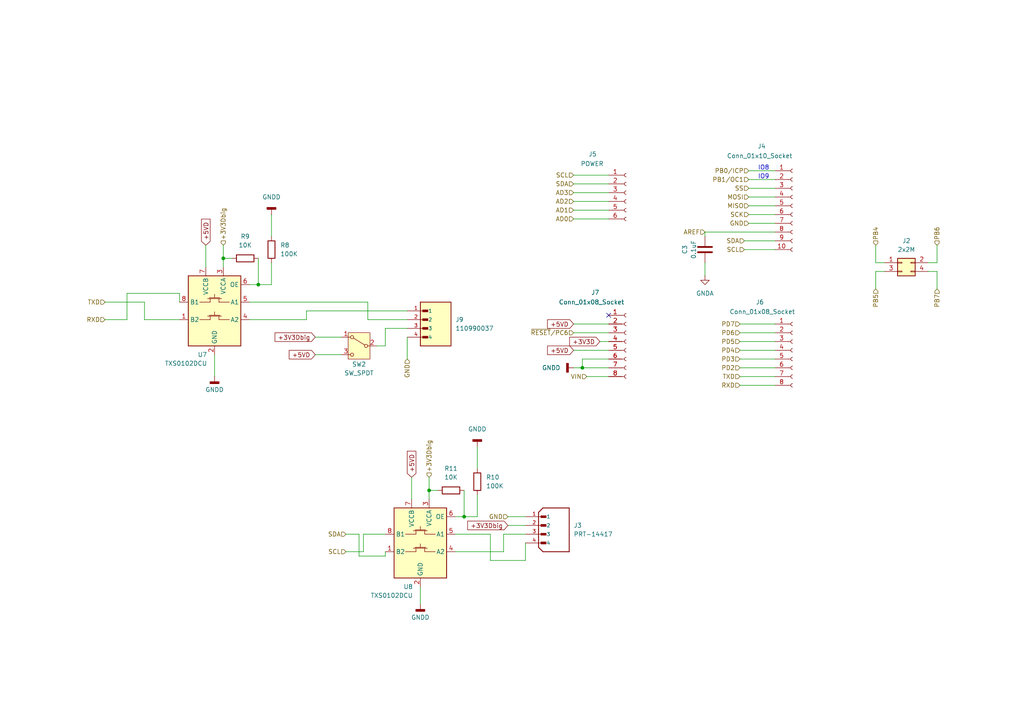
<source format=kicad_sch>
(kicad_sch (version 20250114) (generator "eeschema") (generator_version "9.0")
  (paper "A4")
  (lib_symbols
    (symbol "Connector:Conn_01x06_Socket" (pin_names (offset 1.016) (hide yes))
      (property "Reference" "J" (at 0 7.62 0))
      (property "Value" "Conn_01x06_Socket" (at 0 -10.16 0))
      (symbol "Conn_01x06_Socket_1_1"
        (polyline (pts (xy -1.27 5.08) (xy -0.508 5.08)) (stroke (width 0.1524)))
        (polyline (pts (xy -1.27 2.54) (xy -0.508 2.54)) (stroke (width 0.1524)))
        (polyline (pts (xy -1.27 0) (xy -0.508 0)) (stroke (width 0.1524)))
        (polyline (pts (xy -1.27 -2.54) (xy -0.508 -2.54)) (stroke (width 0.1524)))
        (polyline (pts (xy -1.27 -5.08) (xy -0.508 -5.08)) (stroke (width 0.1524)))
        (polyline (pts (xy -1.27 -7.62) (xy -0.508 -7.62)) (stroke (width 0.1524)))
        (arc (start 0 4.572) (mid -0.5058 5.08) (end 0 5.588) (stroke (width 0.1524)))
        (arc (start 0 2.032) (mid -0.5058 2.54) (end 0 3.048) (stroke (width 0.1524)))
        (arc (start 0 -0.508) (mid -0.5058 0) (end 0 0.508) (stroke (width 0.1524)))
        (arc (start 0 -3.048) (mid -0.5058 -2.54) (end 0 -2.032) (stroke (width 0.1524)))
        (arc (start 0 -5.588) (mid -0.5058 -5.08) (end 0 -4.572) (stroke (width 0.1524)))
        (arc (start 0 -8.128) (mid -0.5058 -7.62) (end 0 -7.112) (stroke (width 0.1524)))
        (pin passive line (at -5.08 5.08 0) (length 3.81) (name "Pin_1") (number "1"))
        (pin passive line (at -5.08 2.54 0) (length 3.81) (name "Pin_2") (number "2"))
        (pin passive line (at -5.08 0 0) (length 3.81) (name "Pin_3") (number "3"))
        (pin passive line (at -5.08 -2.54 0) (length 3.81) (name "Pin_4") (number "4"))
        (pin passive line (at -5.08 -5.08 0) (length 3.81) (name "Pin_5") (number "5"))
        (pin passive line (at -5.08 -7.62 0) (length 3.81) (name "Pin_6") (number "6"))
      )
    )
    (symbol "Connector:Conn_01x08_Socket" (pin_names (offset 1.016) (hide yes))
      (property "Reference" "J" (at 0 10.16 0))
      (property "Value" "Conn_01x08_Socket" (at 0 -12.7 0))
      (symbol "Conn_01x08_Socket_1_1"
        (polyline (pts (xy -1.27 7.62) (xy -0.508 7.62)) (stroke (width 0.1524)))
        (polyline (pts (xy -1.27 5.08) (xy -0.508 5.08)) (stroke (width 0.1524)))
        (polyline (pts (xy -1.27 2.54) (xy -0.508 2.54)) (stroke (width 0.1524)))
        (polyline (pts (xy -1.27 0) (xy -0.508 0)) (stroke (width 0.1524)))
        (polyline (pts (xy -1.27 -2.54) (xy -0.508 -2.54)) (stroke (width 0.1524)))
        (polyline (pts (xy -1.27 -5.08) (xy -0.508 -5.08)) (stroke (width 0.1524)))
        (polyline (pts (xy -1.27 -7.62) (xy -0.508 -7.62)) (stroke (width 0.1524)))
        (polyline (pts (xy -1.27 -10.16) (xy -0.508 -10.16)) (stroke (width 0.1524)))
        (arc (start 0 7.112) (mid -0.5058 7.62) (end 0 8.128) (stroke (width 0.1524)))
        (arc (start 0 4.572) (mid -0.5058 5.08) (end 0 5.588) (stroke (width 0.1524)))
        (arc (start 0 2.032) (mid -0.5058 2.54) (end 0 3.048) (stroke (width 0.1524)))
        (arc (start 0 -0.508) (mid -0.5058 0) (end 0 0.508) (stroke (width 0.1524)))
        (arc (start 0 -3.048) (mid -0.5058 -2.54) (end 0 -2.032) (stroke (width 0.1524)))
        (arc (start 0 -5.588) (mid -0.5058 -5.08) (end 0 -4.572) (stroke (width 0.1524)))
        (arc (start 0 -8.128) (mid -0.5058 -7.62) (end 0 -7.112) (stroke (width 0.1524)))
        (arc (start 0 -10.668) (mid -0.5058 -10.16) (end 0 -9.652) (stroke (width 0.1524)))
        (pin passive line (at -5.08 7.62 0) (length 3.81) (name "Pin_1") (number "1"))
        (pin passive line (at -5.08 5.08 0) (length 3.81) (name "Pin_2") (number "2"))
        (pin passive line (at -5.08 2.54 0) (length 3.81) (name "Pin_3") (number "3"))
        (pin passive line (at -5.08 0 0) (length 3.81) (name "Pin_4") (number "4"))
        (pin passive line (at -5.08 -2.54 0) (length 3.81) (name "Pin_5") (number "5"))
        (pin passive line (at -5.08 -5.08 0) (length 3.81) (name "Pin_6") (number "6"))
        (pin passive line (at -5.08 -7.62 0) (length 3.81) (name "Pin_7") (number "7"))
        (pin passive line (at -5.08 -10.16 0) (length 3.81) (name "Pin_8") (number "8"))
      )
    )
    (symbol "Connector:Conn_01x10_Socket" (pin_names (offset 1.016) (hide yes))
      (property "Reference" "J" (at 0 12.7 0))
      (property "Value" "Conn_01x10_Socket" (at 0 -15.24 0))
      (symbol "Conn_01x10_Socket_1_1"
        (polyline (pts (xy -1.27 10.16) (xy -0.508 10.16)) (stroke (width 0.1524)))
        (polyline (pts (xy -1.27 7.62) (xy -0.508 7.62)) (stroke (width 0.1524)))
        (polyline (pts (xy -1.27 5.08) (xy -0.508 5.08)) (stroke (width 0.1524)))
        (polyline (pts (xy -1.27 2.54) (xy -0.508 2.54)) (stroke (width 0.1524)))
        (polyline (pts (xy -1.27 0) (xy -0.508 0)) (stroke (width 0.1524)))
        (polyline (pts (xy -1.27 -2.54) (xy -0.508 -2.54)) (stroke (width 0.1524)))
        (polyline (pts (xy -1.27 -5.08) (xy -0.508 -5.08)) (stroke (width 0.1524)))
        (polyline (pts (xy -1.27 -7.62) (xy -0.508 -7.62)) (stroke (width 0.1524)))
        (polyline (pts (xy -1.27 -10.16) (xy -0.508 -10.16)) (stroke (width 0.1524)))
        (polyline (pts (xy -1.27 -12.7) (xy -0.508 -12.7)) (stroke (width 0.1524)))
        (arc (start 0 9.652) (mid -0.5058 10.16) (end 0 10.668) (stroke (width 0.1524)))
        (arc (start 0 7.112) (mid -0.5058 7.62) (end 0 8.128) (stroke (width 0.1524)))
        (arc (start 0 4.572) (mid -0.5058 5.08) (end 0 5.588) (stroke (width 0.1524)))
        (arc (start 0 2.032) (mid -0.5058 2.54) (end 0 3.048) (stroke (width 0.1524)))
        (arc (start 0 -0.508) (mid -0.5058 0) (end 0 0.508) (stroke (width 0.1524)))
        (arc (start 0 -3.048) (mid -0.5058 -2.54) (end 0 -2.032) (stroke (width 0.1524)))
        (arc (start 0 -5.588) (mid -0.5058 -5.08) (end 0 -4.572) (stroke (width 0.1524)))
        (arc (start 0 -8.128) (mid -0.5058 -7.62) (end 0 -7.112) (stroke (width 0.1524)))
        (arc (start 0 -10.668) (mid -0.5058 -10.16) (end 0 -9.652) (stroke (width 0.1524)))
        (arc (start 0 -13.208) (mid -0.5058 -12.7) (end 0 -12.192) (stroke (width 0.1524)))
        (pin passive line (at -5.08 10.16 0) (length 3.81) (name "Pin_1") (number "1"))
        (pin passive line (at -5.08 7.62 0) (length 3.81) (name "Pin_2") (number "2"))
        (pin passive line (at -5.08 5.08 0) (length 3.81) (name "Pin_3") (number "3"))
        (pin passive line (at -5.08 2.54 0) (length 3.81) (name "Pin_4") (number "4"))
        (pin passive line (at -5.08 0 0) (length 3.81) (name "Pin_5") (number "5"))
        (pin passive line (at -5.08 -2.54 0) (length 3.81) (name "Pin_6") (number "6"))
        (pin passive line (at -5.08 -5.08 0) (length 3.81) (name "Pin_7") (number "7"))
        (pin passive line (at -5.08 -7.62 0) (length 3.81) (name "Pin_8") (number "8"))
        (pin passive line (at -5.08 -10.16 0) (length 3.81) (name "Pin_9") (number "9"))
        (pin passive line (at -5.08 -12.7 0) (length 3.81) (name "Pin_10") (number "10"))
      )
    )
    (symbol "Connector_Generic:Conn_02x02_Odd_Even" (pin_names (offset 1.016) (hide yes))
      (property "Reference" "J" (at 1.27 2.54 0))
      (property "Value" "Conn_02x02_Odd_Even" (at 1.27 -5.08 0))
      (symbol "Conn_02x02_Odd_Even_1_1"
        (rectangle (start -1.27 1.27) (end 3.81 -3.81) (stroke (width 0.254)) (fill (type background)))
        (rectangle (start -1.27 0.127) (end 0 -0.127) (stroke (width 0.1524)))
        (rectangle (start -1.27 -2.413) (end 0 -2.667) (stroke (width 0.1524)))
        (rectangle (start 3.81 0.127) (end 2.54 -0.127) (stroke (width 0.1524)))
        (rectangle (start 3.81 -2.413) (end 2.54 -2.667) (stroke (width 0.1524)))
        (pin passive line (at -5.08 0 0) (length 3.81) (name "Pin_1") (number "1"))
        (pin passive line (at -5.08 -2.54 0) (length 3.81) (name "Pin_3") (number "3"))
        (pin passive line (at 7.62 0 180) (length 3.81) (name "Pin_2") (number "2"))
        (pin passive line (at 7.62 -2.54 180) (length 3.81) (name "Pin_4") (number "4"))
      )
    )
    (symbol "Device:C" (pin_numbers (hide yes)) (pin_names (offset 0.254))
      (property "Reference" "C" (at 0.635 2.54 0))
      (property "Value" "C" (at 0.635 -2.54 0))
      (symbol "C_0_1"
        (polyline (pts (xy -2.032 0.762) (xy 2.032 0.762)) (stroke (width 0.508)))
        (polyline (pts (xy -2.032 -0.762) (xy 2.032 -0.762)) (stroke (width 0.508)))
      )
      (symbol "C_1_1"
        (pin passive line (at 0 3.81 270) (length 2.794) (name "~") (number "1"))
        (pin passive line (at 0 -3.81 90) (length 2.794) (name "~") (number "2"))
      )
    )
    (symbol "Device:R" (pin_numbers (hide yes)) (pin_names (offset 0))
      (property "Reference" "R" (at 2.032 0 90))
      (property "Value" "R" (at 0 0 90))
      (symbol "R_0_1"
        (rectangle (start -1.016 -2.54) (end 1.016 2.54) (stroke (width 0.254)))
      )
      (symbol "R_1_1"
        (pin passive line (at 0 3.81 270) (length 1.27) (name "~") (number "1"))
        (pin passive line (at 0 -3.81 90) (length 1.27) (name "~") (number "2"))
      )
    )
    (symbol "Grove_Connector_90d:110990037" (pin_names (offset 1.016))
      (property "Reference" "J" (at -3.81 5.842 0))
      (property "Value" "110990037" (at -3.81 -10.16 0))
      (symbol "110990037_0_0"
        (rectangle (start -3.81 -7.62) (end 5.08 5.08) (stroke (width 0.254)) (fill (type background)))
        (rectangle (start -3.175 2.2225) (end -1.5875 2.8575) (stroke (width 0.1)) (fill (type outline)))
        (rectangle (start -3.175 -0.3175) (end -1.5875 0.3175) (stroke (width 0.1)) (fill (type outline)))
        (rectangle (start -3.175 -2.8575) (end -1.5875 -2.2225) (stroke (width 0.1)) (fill (type outline)))
        (rectangle (start -3.175 -5.3975) (end -1.5875 -4.7625) (stroke (width 0.1)) (fill (type outline)))
        (pin passive line (at -7.62 2.54 0) (length 5.08) (name "1") (number "1"))
        (pin passive line (at -7.62 0 0) (length 5.08) (name "2") (number "2"))
        (pin passive line (at -7.62 -2.54 0) (length 5.08) (name "3") (number "3"))
        (pin passive line (at -7.62 -5.08 0) (length 5.08) (name "4") (number "4"))
      )
    )
    (symbol "Logic_LevelTranslator:TXS0102DCU"
      (property "Reference" "U" (at -6.35 11.43 0))
      (property "Value" "TXS0102DCU" (at 3.81 11.43 0))
      (symbol "TXS0102DCU_0_1"
        (rectangle (start -7.62 10.16) (end 7.62 -10.16) (stroke (width 0.254)) (fill (type background)))
        (polyline (pts (xy -4.318 -2.54) (xy -1.27 -2.54)))
        (polyline (pts (xy -2.032 -1.524) (xy 2.032 -1.524)))
        (polyline (pts (xy -1.524 -1.27) (xy 1.524 -1.27)))
        (polyline (pts (xy -1.27 -2.54) (xy -1.27 -1.524)))
        (polyline (pts (xy 0 -1.27) (xy 0 -0.254)))
        (polyline (pts (xy 1.27 -2.54) (xy 1.27 -1.524)))
        (polyline (pts (xy 4.318 -2.54) (xy 1.27 -2.54)))
      )
      (symbol "TXS0102DCU_1_1"
        (polyline (pts (xy -4.318 2.54) (xy -1.27 2.54)))
        (polyline (pts (xy -2.032 3.556) (xy 2.032 3.556)))
        (polyline (pts (xy -1.524 3.81) (xy 1.524 3.81)))
        (polyline (pts (xy -1.27 2.54) (xy -1.27 3.556)))
        (polyline (pts (xy 0 3.81) (xy 0 4.826)))
        (polyline (pts (xy 1.27 2.54) (xy 1.27 3.556)))
        (polyline (pts (xy 4.318 2.54) (xy 1.27 2.54)))
        (pin input line (at -10.16 7.62 0) (length 2.54) (name "OE") (number "6"))
        (pin bidirectional line (at -10.16 2.54 0) (length 2.54) (name "A1") (number "5"))
        (pin bidirectional line (at -10.16 -2.54 0) (length 2.54) (name "A2") (number "4"))
        (pin power_in line (at -2.54 12.7 270) (length 2.54) (name "VCCA") (number "3"))
        (pin power_in line (at 0 -12.7 90) (length 2.54) (name "GND") (number "2"))
        (pin power_in line (at 2.54 12.7 270) (length 2.54) (name "VCCB") (number "7"))
        (pin bidirectional line (at 10.16 2.54 180) (length 2.54) (name "B1") (number "8"))
        (pin bidirectional line (at 10.16 -2.54 180) (length 2.54) (name "B2") (number "1"))
      )
    )
    (symbol "QWIIC_Connector:PRT-14417" (pin_names (offset 1.016))
      (property "Reference" "J" (at -2.54 8.382 0))
      (property "Value" "PRT-14417" (at -2.54 -7.62 0))
      (symbol "PRT-14417_0_0"
        (polyline (pts (xy -3.81 6.35) (xy -3.81 -3.81)) (stroke (width 0.254)))
        (polyline (pts (xy -3.81 6.35) (xy -2.54 7.62)) (stroke (width 0.254)))
        (polyline (pts (xy -3.81 -3.81) (xy -2.54 -5.08)) (stroke (width 0.254)))
        (rectangle (start -3.175 4.7625) (end -1.5875 5.3975) (stroke (width 0.1)) (fill (type outline)))
        (rectangle (start -3.175 2.2225) (end -1.5875 2.8575) (stroke (width 0.1)) (fill (type outline)))
        (rectangle (start -3.175 -0.3175) (end -1.5875 0.3175) (stroke (width 0.1)) (fill (type outline)))
        (rectangle (start -3.175 -2.8575) (end -1.5875 -2.2225) (stroke (width 0.1)) (fill (type outline)))
        (polyline (pts (xy -2.54 -5.08) (xy 5.08 -5.08)) (stroke (width 0.254)))
        (polyline (pts (xy 5.08 7.62) (xy -2.54 7.62)) (stroke (width 0.254)))
        (polyline (pts (xy 5.08 -5.08) (xy 5.08 7.62)) (stroke (width 0.254)))
        (pin passive line (at -7.62 5.08 0) (length 5.08) (name "1") (number "1"))
        (pin passive line (at -7.62 2.54 0) (length 5.08) (name "2") (number "2"))
        (pin passive line (at -7.62 0 0) (length 5.08) (name "3") (number "3"))
        (pin passive line (at -7.62 -2.54 0) (length 5.08) (name "4") (number "4"))
      )
    )
    (symbol "Switch:SW_SPDT" (pin_names (offset 0) (hide yes))
      (property "Reference" "SW" (at 0 5.08 0))
      (property "Value" "SW_SPDT" (at 0 -5.08 0))
      (symbol "SW_SPDT_0_1"
        (circle (center -2.032 0) (radius 0.4572))
        (polyline (pts (xy -1.651 0.254) (xy 1.651 2.286)))
        (circle (center 2.032 2.54) (radius 0.4572))
        (circle (center 2.032 -2.54) (radius 0.4572))
      )
      (symbol "SW_SPDT_1_1"
        (rectangle (start -3.175 3.81) (end 3.175 -3.81) (fill (type background)))
        (pin passive line (at -5.08 0 0) (length 2.54) (name "B") (number "2"))
        (pin passive line (at 5.08 2.54 180) (length 2.54) (name "A") (number "1"))
        (pin passive line (at 5.08 -2.54 180) (length 2.54) (name "C") (number "3"))
      )
    )
    (symbol "power:GNDA" (power) (pin_numbers (hide yes)) (pin_names (offset 0) (hide yes))
      (property "Value" "GNDA" (at 0 -3.81 0))
      (symbol "GNDA_0_1"
        (polyline (pts (xy 0 0) (xy 0 -1.27) (xy 1.27 -1.27) (xy 0 -2.54) (xy -1.27 -1.27) (xy 0 -1.27)))
      )
      (symbol "GNDA_1_1"
        (pin power_in line (at 0 0 270) (length 0) (name "~") (number "1"))
      )
    )
    (symbol "power:GNDD" (power) (pin_numbers (hide yes)) (pin_names (offset 0) (hide yes))
      (property "Value" "GNDD" (at 0 -3.175 0))
      (symbol "GNDD_0_1"
        (rectangle (start -1.27 -1.524) (end 1.27 -2.032) (stroke (width 0.254)) (fill (type outline)))
        (polyline (pts (xy 0 0) (xy 0 -1.524)))
      )
      (symbol "GNDD_1_1"
        (pin power_in line (at 0 0 270) (length 0) (name "~") (number "1"))
      )
    )
  )
  (text "IO9" (at 221.488 51.308 0) (effects (font (size 1.27 1.27))))
  (text "IO8" (at 221.488 48.768 0) (effects (font (size 1.27 1.27))))
  (junction (at 74.93 82.55))
  (junction (at 64.77 74.93))
  (junction (at 134.62 149.86))
  (junction (at 124.46 142.24))
  (junction (at 168.91 106.68))
  (no_connect (at 176.53 91.44))
  (wire (pts (xy 166.37 106.68) (xy 168.91 106.68)))
  (wire (pts (xy 132.08 149.86) (xy 134.62 149.86)))
  (wire (pts (xy 100.33 160.02) (xy 105.41 160.02)))
  (wire (pts (xy 78.74 62.23) (xy 78.74 68.58)))
  (wire (pts (xy 217.17 62.23) (xy 224.79 62.23)))
  (wire (pts (xy 119.38 138.43) (xy 119.38 144.78)))
  (wire (pts (xy 111.76 100.33) (xy 111.76 95.25)))
  (wire (pts (xy 254 71.12) (xy 254 76.2)))
  (wire (pts (xy 78.74 82.55) (xy 74.93 82.55)))
  (wire (pts (xy 100.33 154.94) (xy 104.14 154.94)))
  (wire (pts (xy 166.37 58.42) (xy 176.53 58.42)))
  (wire (pts (xy 111.76 161.29) (xy 111.76 160.02)))
  (wire (pts (xy 36.83 85.09) (xy 52.07 85.09)))
  (wire (pts (xy 72.39 92.71) (xy 88.9 92.71)))
  (wire (pts (xy 217.17 57.15) (xy 224.79 57.15)))
  (wire (pts (xy 41.91 92.71) (xy 52.07 92.71)))
  (wire (pts (xy 91.44 97.79) (xy 99.06 97.79)))
  (wire (pts (xy 256.54 78.74) (xy 254 78.74)))
  (wire (pts (xy 106.68 92.71) (xy 118.11 92.71)))
  (wire (pts (xy 217.17 64.77) (xy 224.79 64.77)))
  (wire (pts (xy 109.22 100.33) (xy 111.76 100.33)))
  (wire (pts (xy 166.37 55.88) (xy 176.53 55.88)))
  (wire (pts (xy 166.37 50.8) (xy 176.53 50.8)))
  (wire (pts (xy 88.9 92.71) (xy 88.9 90.17)))
  (wire (pts (xy 124.46 138.43) (xy 124.46 142.24)))
  (wire (pts (xy 168.91 106.68) (xy 168.91 104.14)))
  (wire (pts (xy 176.53 106.68) (xy 168.91 106.68)))
  (wire (pts (xy 118.11 104.14) (xy 118.11 97.79)))
  (wire (pts (xy 166.37 93.98) (xy 176.53 93.98)))
  (wire (pts (xy 111.76 95.25) (xy 118.11 95.25)))
  (wire (pts (xy 147.32 149.86) (xy 152.4 149.86)))
  (wire (pts (xy 105.41 154.94) (xy 111.76 154.94)))
  (wire (pts (xy 132.08 160.02) (xy 146.05 160.02)))
  (wire (pts (xy 173.99 99.06) (xy 176.53 99.06)))
  (wire (pts (xy 74.93 74.93) (xy 74.93 82.55)))
  (wire (pts (xy 217.17 49.53) (xy 224.79 49.53)))
  (wire (pts (xy 78.74 76.2) (xy 78.74 82.55)))
  (wire (pts (xy 166.37 60.96) (xy 176.53 60.96)))
  (wire (pts (xy 106.68 87.63) (xy 106.68 92.71)))
  (wire (pts (xy 214.63 106.68) (xy 224.79 106.68)))
  (wire (pts (xy 52.07 85.09) (xy 52.07 87.63)))
  (wire (pts (xy 105.41 160.02) (xy 105.41 154.94)))
  (wire (pts (xy 215.9 69.85) (xy 224.79 69.85)))
  (wire (pts (xy 30.48 87.63) (xy 41.91 87.63)))
  (wire (pts (xy 217.17 59.69) (xy 224.79 59.69)))
  (wire (pts (xy 166.37 53.34) (xy 176.53 53.34)))
  (wire (pts (xy 104.14 154.94) (xy 104.14 161.29)))
  (wire (pts (xy 170.18 109.22) (xy 176.53 109.22)))
  (wire (pts (xy 146.05 160.02) (xy 146.05 154.94)))
  (wire (pts (xy 271.78 76.2) (xy 271.78 71.12)))
  (wire (pts (xy 204.47 76.2) (xy 204.47 80.01)))
  (wire (pts (xy 254 76.2) (xy 256.54 76.2)))
  (wire (pts (xy 134.62 149.86) (xy 138.43 149.86)))
  (wire (pts (xy 152.4 162.56) (xy 152.4 157.48)))
  (wire (pts (xy 146.05 154.94) (xy 152.4 154.94)))
  (wire (pts (xy 254 78.74) (xy 254 83.82)))
  (wire (pts (xy 124.46 142.24) (xy 127 142.24)))
  (wire (pts (xy 59.69 71.12) (xy 59.69 77.47)))
  (wire (pts (xy 104.14 161.29) (xy 111.76 161.29)))
  (wire (pts (xy 138.43 129.54) (xy 138.43 135.89)))
  (wire (pts (xy 30.48 92.71) (xy 36.83 92.71)))
  (wire (pts (xy 214.63 101.6) (xy 224.79 101.6)))
  (wire (pts (xy 74.93 82.55) (xy 72.39 82.55)))
  (wire (pts (xy 204.47 67.31) (xy 224.79 67.31)))
  (wire (pts (xy 142.24 162.56) (xy 152.4 162.56)))
  (wire (pts (xy 215.9 72.39) (xy 224.79 72.39)))
  (wire (pts (xy 214.63 111.76) (xy 224.79 111.76)))
  (wire (pts (xy 214.63 96.52) (xy 224.79 96.52)))
  (wire (pts (xy 217.17 54.61) (xy 224.79 54.61)))
  (wire (pts (xy 91.44 102.87) (xy 99.06 102.87)))
  (wire (pts (xy 132.08 154.94) (xy 142.24 154.94)))
  (wire (pts (xy 269.24 78.74) (xy 271.78 78.74)))
  (wire (pts (xy 138.43 143.51) (xy 138.43 149.86)))
  (wire (pts (xy 166.37 96.52) (xy 176.53 96.52)))
  (wire (pts (xy 36.83 92.71) (xy 36.83 85.09)))
  (wire (pts (xy 166.37 63.5) (xy 176.53 63.5)))
  (wire (pts (xy 64.77 74.93) (xy 67.31 74.93)))
  (wire (pts (xy 214.63 109.22) (xy 224.79 109.22)))
  (wire (pts (xy 204.47 68.58) (xy 204.47 67.31)))
  (wire (pts (xy 88.9 90.17) (xy 118.11 90.17)))
  (wire (pts (xy 64.77 74.93) (xy 64.77 77.47)))
  (wire (pts (xy 41.91 87.63) (xy 41.91 92.71)))
  (wire (pts (xy 124.46 142.24) (xy 124.46 144.78)))
  (wire (pts (xy 64.77 71.12) (xy 64.77 74.93)))
  (wire (pts (xy 166.37 101.6) (xy 176.53 101.6)))
  (wire (pts (xy 214.63 99.06) (xy 224.79 99.06)))
  (wire (pts (xy 121.92 170.18) (xy 121.92 175.26)))
  (wire (pts (xy 217.17 52.07) (xy 224.79 52.07)))
  (wire (pts (xy 72.39 87.63) (xy 106.68 87.63)))
  (wire (pts (xy 134.62 142.24) (xy 134.62 149.86)))
  (wire (pts (xy 271.78 78.74) (xy 271.78 83.82)))
  (wire (pts (xy 62.23 102.87) (xy 62.23 109.22)))
  (wire (pts (xy 168.91 104.14) (xy 176.53 104.14)))
  (wire (pts (xy 269.24 76.2) (xy 271.78 76.2)))
  (wire (pts (xy 147.32 152.4) (xy 152.4 152.4)))
  (wire (pts (xy 142.24 154.94) (xy 142.24 162.56)))
  (wire (pts (xy 214.63 104.14) (xy 224.79 104.14)))
  (wire (pts (xy 214.63 93.98) (xy 224.79 93.98)))
  (global_label "+5VD" (shape input) (at 166.37 93.98 180) (property "Intersheetrefs" "${INTERSHEET_REFS}" (effects (hide yes))))
  (global_label "+3V3Dbig" (shape input) (at 91.44 97.79 180) (property "Intersheetrefs" "${INTERSHEET_REFS}" (effects (hide yes))))
  (global_label "+5VD" (shape input) (at 59.69 71.12 90) (property "Intersheetrefs" "${INTERSHEET_REFS}" (effects (hide yes))))
  (global_label "+5VD" (shape input) (at 91.44 102.87 180) (property "Intersheetrefs" "${INTERSHEET_REFS}" (effects (hide yes))))
  (global_label "+5VD" (shape input) (at 166.37 101.6 180) (property "Intersheetrefs" "${INTERSHEET_REFS}" (effects (hide yes))))
  (global_label "+3V3Dbig" (shape input) (at 147.32 152.4 180) (property "Intersheetrefs" "${INTERSHEET_REFS}" (effects (hide yes))))
  (global_label "+3V3D" (shape input) (at 173.99 99.06 180) (property "Intersheetrefs" "${INTERSHEET_REFS}" (effects (hide yes))))
  (global_label "+5VD" (shape input) (at 119.38 138.43 90) (property "Intersheetrefs" "${INTERSHEET_REFS}" (effects (hide yes))))
  (hierarchical_label "MOSI" (shape input) (at 217.17 57.15 180))
  (hierarchical_label "PB6" (shape input) (at 271.78 71.12 90))
  (hierarchical_label "SS" (shape input) (at 217.17 54.61 180))
  (hierarchical_label "AD2" (shape input) (at 166.37 58.42 180))
  (hierarchical_label "RXD" (shape input) (at 30.48 92.71 180))
  (hierarchical_label "AREF" (shape input) (at 204.47 67.31 180))
  (hierarchical_label "AD3" (shape input) (at 166.37 55.88 180))
  (hierarchical_label "GND" (shape input) (at 147.32 149.86 180))
  (hierarchical_label "SDA" (shape input) (at 215.9 69.85 180))
  (hierarchical_label "SDA" (shape input) (at 100.33 154.94 180))
  (hierarchical_label "AD1" (shape input) (at 166.37 60.96 180))
  (hierarchical_label "SCL" (shape input) (at 100.33 160.02 180))
  (hierarchical_label "AD0" (shape input) (at 166.37 63.5 180))
  (hierarchical_label "RXD" (shape input) (at 214.63 111.76 180))
  (hierarchical_label "PB0{slash}ICP" (shape input) (at 217.17 49.53 180))
  (hierarchical_label "MISO" (shape input) (at 217.17 59.69 180))
  (hierarchical_label "PB5" (shape input) (at 254 83.82 270))
  (hierarchical_label "PB7" (shape input) (at 271.78 83.82 270))
  (hierarchical_label "GND" (shape input) (at 217.17 64.77 180))
  (hierarchical_label "+3V3Dbig" (shape input) (at 64.77 71.12 90))
  (hierarchical_label "PD4" (shape input) (at 214.63 101.6 180))
  (hierarchical_label "+3V3Dbig" (shape input) (at 124.46 138.43 90))
  (hierarchical_label "TXD" (shape input) (at 214.63 109.22 180))
  (hierarchical_label "PD2" (shape input) (at 214.63 106.68 180))
  (hierarchical_label "~{RESET}/PC6" (shape input) (at 166.37 96.52 180))
  (hierarchical_label "PD3" (shape input) (at 214.63 104.14 180))
  (hierarchical_label "TXD" (shape input) (at 30.48 87.63 180))
  (hierarchical_label "SCL" (shape input) (at 166.37 50.8 180))
  (hierarchical_label "PB1{slash}OC1" (shape input) (at 217.17 52.07 180))
  (hierarchical_label "PD5" (shape input) (at 214.63 99.06 180))
  (hierarchical_label "VIN" (shape input) (at 170.18 109.22 180))
  (hierarchical_label "PD6" (shape input) (at 214.63 96.52 180))
  (hierarchical_label "SDA" (shape input) (at 166.37 53.34 180))
  (hierarchical_label "SCL" (shape input) (at 215.9 72.39 180))
  (hierarchical_label "SCK" (shape input) (at 217.17 62.23 180))
  (hierarchical_label "PB4" (shape input) (at 254 71.12 90))
  (hierarchical_label "PD7" (shape input) (at 214.63 93.98 180))
  (hierarchical_label "GND" (shape input) (at 118.11 104.14 270))
  (symbol (lib_id "Device:R") (at 138.43 139.7 0) (unit 1)
    (property "Reference" "R10" (at 140.97 138.4299 0) (effects (justify left)))
    (property "Value" "100K" (at 140.97 140.9699 0) (effects (justify left)))
    (property "Footprint" "Resistor_SMD:R_0603_1608Metric" (effects (hide yes)))
    (property "Description" "Resistor" (effects (hide yes)))
  )
  (symbol (lib_id "Device:R") (at 78.74 72.39 0) (unit 1)
    (property "Reference" "R8" (at 81.28 71.1199 0) (effects (justify left)))
    (property "Value" "100K" (at 81.28 73.6599 0) (effects (justify left)))
    (property "Footprint" "Resistor_SMD:R_0603_1608Metric" (effects (hide yes)))
    (property "Description" "Resistor" (effects (hide yes)))
  )
  (symbol (lib_id "Connector:Conn_01x06_Socket") (at 181.61 55.88 0) (unit 1)
    (property "Reference" "J5" (at 170.688 44.704 0) (effects (justify left)))
    (property "Value" "POWER" (at 168.402 47.498 0) (effects (justify left)))
    (property "Footprint" "Connector_PinSocket_2.54mm:PinSocket_1x06_P2.54mm_Vertical" (effects (hide yes)))
    (property "Description" "Generic connector, single row, 01x06, script generated" (effects (hide yes)))
  )
  (symbol (lib_id "Switch:SW_SPDT") (at 104.14 100.33 0) (mirror y) (unit 1)
    (property "Reference" "SW2" (at 104.14 105.664 0))
    (property "Value" "SW_SPDT" (at 104.14 108.204 0))
    (property "Footprint" "Button_Switch_SMD:SW_SPDT_PCM12" (effects (hide yes)))
    (property "Description" "Switch, single pole double throw" (effects (hide yes)))
  )
  (symbol (lib_id "Device:R") (at 130.81 142.24 90) (unit 1)
    (property "Reference" "R11" (at 130.81 135.89 90))
    (property "Value" "10K" (at 130.81 138.43 90))
    (property "Footprint" "Resistor_SMD:R_0603_1608Metric" (effects (hide yes)))
    (property "Description" "Resistor" (effects (hide yes)))
  )
  (symbol (lib_id "Connector:Conn_01x10_Socket") (at 229.87 59.69 0) (unit 1)
    (property "Reference" "J4" (at 219.71 42.418 0) (effects (justify left)))
    (property "Value" "Conn_01x10_Socket" (at 210.82 45.212 0) (effects (justify left)))
    (property "Footprint" "Connector_PinSocket_2.54mm:PinSocket_1x10_P2.54mm_Vertical" (effects (hide yes)))
    (property "Description" "Generic connector, single row, 01x10, script generated" (effects (hide yes)))
  )
  (symbol (lib_id "power:GNDA") (at 204.47 80.01 0) (unit 1)
    (property "Reference" "#PWR03" (effects (hide yes)))
    (property "Value" "GNDA" (at 204.47 85.09 0))
    (property "Description" "Power symbol creates a global label with name \"GNDA\" , analog ground" (effects (hide yes)))
  )
  (symbol (lib_id "Logic_LevelTranslator:TXS0102DCU") (at 62.23 90.17 0) (mirror y) (unit 1)
    (property "Reference" "U7" (at 60.0867 102.87 0) (effects (justify left)))
    (property "Value" "TXS0102DCU" (at 60.0867 105.41 0) (effects (justify left)))
    (property "Footprint" "Package_SO:VSSOP-8_2.3x2mm_P0.5mm" (effects (hide yes)))
    (property "Datasheet" "http://www.ti.com/lit/gpn/txs0102" (effects (hide yes)))
    (property "Description" "2-Bit Bidirectional Voltage-Level Shifter for Open-Drain and Push-Pull Application, VSSOP-8" (effects (hide yes)))
  )
  (symbol (lib_id "power:GNDD") (at 78.74 62.23 180) (unit 1)
    (property "Reference" "#PWR031" (effects (hide yes)))
    (property "Value" "GNDD" (at 78.74 57.15 0))
    (property "Description" "Power symbol creates a global label with name \"GNDD\" , digital ground" (effects (hide yes)))
  )
  (symbol (lib_id "power:GNDD") (at 138.43 129.54 180) (unit 1)
    (property "Reference" "#PWR032" (effects (hide yes)))
    (property "Value" "GNDD" (at 138.43 124.46 0))
    (property "Description" "Power symbol creates a global label with name \"GNDD\" , digital ground" (effects (hide yes)))
  )
  (symbol (lib_id "Grove_Connector_90d:110990037") (at 125.73 92.71 0) (unit 1)
    (property "Reference" "J9" (at 132.08 92.7099 0) (effects (justify left)))
    (property "Value" "110990037" (at 132.08 95.2499 0) (effects (justify left)))
    (property "Footprint" "Custom_ports:Grove_Seeed_90d_110990037" (effects (hide yes)))
    (property "MF" "Seeed Development Limited" (effects (hide yes)))
    (property "MAXIMUM_PACKAGE_HEIGHT" "5.1mm" (effects (hide yes)))
    (property "Package" "None" (effects (hide yes)))
    (property "Price" "None" (effects (hide yes)))
    (property "Check_prices" "https://www.snapeda.com/parts/110990037/Seeed+Studio/view-part/?ref=eda" (effects (hide yes)))
    (property "STANDARD" "IPC 7351B" (effects (hide yes)))
    (property "PARTREV" "A" (effects (hide yes)))
    (property "SnapEDA_Link" "https://www.snapeda.com/parts/110990037/Seeed+Studio/view-part/?ref=snap" (effects (hide yes)))
    (property "MP" "110990037" (effects (hide yes)))
    (property "Description_1" "Grove Universal 4 Pin Connector 90 Degree, 10 PCs" (effects (hide yes)))
    (property "Availability" "In Stock" (effects (hide yes)))
    (property "MANUFACTURER" "Seeedstudio" (effects (hide yes)))
  )
  (symbol (lib_id "Connector_Generic:Conn_02x02_Odd_Even") (at 261.62 76.2 0) (unit 1)
    (property "Reference" "J2" (at 262.89 69.85 0))
    (property "Value" "2x2M" (at 262.89 72.39 0))
    (property "Footprint" "Connector_PinHeader_2.54mm:PinHeader_2x02_P2.54mm_Vertical" (effects (hide yes)))
    (property "Description" "Generic connector, double row, 02x02, odd/even pin numbering scheme (row 1 odd numbers, row 2 even numbers), script generated (kicad-library-utils/schlib/autogen/connector/)" (effects (hide yes)))
  )
  (symbol (lib_id "Device:R") (at 71.12 74.93 90) (unit 1)
    (property "Reference" "R9" (at 71.12 68.58 90))
    (property "Value" "10K" (at 71.12 71.12 90))
    (property "Footprint" "Resistor_SMD:R_0603_1608Metric" (effects (hide yes)))
    (property "Description" "Resistor" (effects (hide yes)))
  )
  (symbol (lib_id "power:GNDD") (at 62.23 109.22 0) (unit 1)
    (property "Reference" "#PWR028" (effects (hide yes)))
    (property "Value" "GNDD" (at 62.23 113.03 0))
    (property "Description" "Power symbol creates a global label with name \"GNDD\" , digital ground" (effects (hide yes)))
  )
  (symbol (lib_id "Logic_LevelTranslator:TXS0102DCU") (at 121.92 157.48 0) (mirror y) (unit 1)
    (property "Reference" "U8" (at 119.7767 170.18 0) (effects (justify left)))
    (property "Value" "TXS0102DCU" (at 119.7767 172.72 0) (effects (justify left)))
    (property "Footprint" "Package_SO:VSSOP-8_2.3x2mm_P0.5mm" (effects (hide yes)))
    (property "Datasheet" "http://www.ti.com/lit/gpn/txs0102" (effects (hide yes)))
    (property "Description" "2-Bit Bidirectional Voltage-Level Shifter for Open-Drain and Push-Pull Application, VSSOP-8" (effects (hide yes)))
  )
  (symbol (lib_id "power:GNDD") (at 121.92 175.26 0) (unit 1)
    (property "Reference" "#PWR030" (effects (hide yes)))
    (property "Value" "GNDD" (at 121.92 179.07 0))
    (property "Description" "Power symbol creates a global label with name \"GNDD\" , digital ground" (effects (hide yes)))
  )
  (symbol (lib_id "Connector:Conn_01x08_Socket") (at 229.87 101.6 0) (unit 1)
    (property "Reference" "J6" (at 219.202 87.63 0) (effects (justify left)))
    (property "Value" "Conn_01x08_Socket" (at 211.582 90.424 0) (effects (justify left)))
    (property "Footprint" "Connector_PinSocket_2.54mm:PinSocket_1x08_P2.54mm_Vertical" (effects (hide yes)))
    (property "Description" "Generic connector, single row, 01x08, script generated" (effects (hide yes)))
  )
  (symbol (lib_id "Connector:Conn_01x08_Socket") (at 181.61 99.06 0) (unit 1)
    (property "Reference" "J7" (at 171.45 84.836 0) (effects (justify left)))
    (property "Value" "Conn_01x08_Socket" (at 162.052 87.63 0) (effects (justify left)))
    (property "Footprint" "Connector_PinSocket_2.54mm:PinSocket_1x08_P2.54mm_Vertical" (effects (hide yes)))
    (property "Description" "Generic connector, single row, 01x08, script generated" (effects (hide yes)))
  )
  (symbol (lib_id "power:GNDD") (at 166.37 106.68 270) (unit 1)
    (property "Reference" "#PWR014" (effects (hide yes)))
    (property "Value" "GNDD" (at 162.56 106.6799 90) (effects (justify right)))
    (property "Description" "Power symbol creates a global label with name \"GNDD\" , digital ground" (effects (hide yes)))
  )
  (symbol (lib_id "Device:C") (at 204.47 72.39 180) (unit 1)
    (property "Reference" "C3" (at 198.628 72.39 90))
    (property "Value" "0.1uF" (at 201.168 72.39 90))
    (property "Footprint" "Capacitor_SMD:C_0603_1608Metric" (effects (hide yes)))
    (property "Description" "Unpolarized capacitor" (effects (hide yes)))
  )
  (symbol (lib_id "QWIIC_Connector:PRT-14417") (at 160.02 154.94 0) (unit 1)
    (property "Reference" "J3" (at 166.37 152.3999 0) (effects (justify left)))
    (property "Value" "PRT-14417" (at 166.37 154.9399 0) (effects (justify left)))
    (property "Footprint" "Custom_ports:QWIIC_SPARKFUN_14417" (effects (hide yes)))
    (property "MF" "SparkFun Electronics" (effects (hide yes)))
    (property "MAXIMUM_PACKAGE_HEIGHT" "2.9 mm" (effects (hide yes)))
    (property "Package" "None" (effects (hide yes)))
    (property "Price" "None" (effects (hide yes)))
    (property "Check_prices" "https://www.snapeda.com/parts/PRT-14417/SparkFun/view-part/?ref=eda" (effects (hide yes)))
    (property "STANDARD" "Manufacturer Recommendations" (effects (hide yes)))
    (property "PARTREV" "NA" (effects (hide yes)))
    (property "SnapEDA_Link" "https://www.snapeda.com/parts/PRT-14417/SparkFun/view-part/?ref=snap" (effects (hide yes)))
    (property "MP" "PRT-14417" (effects (hide yes)))
    (property "Description_1" "QWIIC JST CONNECTOR - SMD 4-PIN" (effects (hide yes)))
    (property "Availability" "In Stock" (effects (hide yes)))
    (property "MANUFACTURER" "SparkFun Electronics" (effects (hide yes)))
  )
)
</source>
